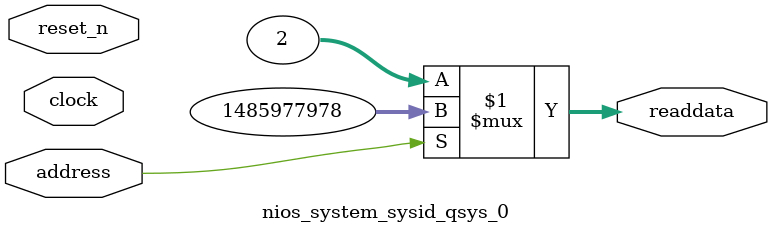
<source format=v>



// synthesis translate_off
`timescale 1ns / 1ps
// synthesis translate_on

// turn off superfluous verilog processor warnings 
// altera message_level Level1 
// altera message_off 10034 10035 10036 10037 10230 10240 10030 

module nios_system_sysid_qsys_0 (
               // inputs:
                address,
                clock,
                reset_n,

               // outputs:
                readdata
             )
;

  output  [ 31: 0] readdata;
  input            address;
  input            clock;
  input            reset_n;

  wire    [ 31: 0] readdata;
  //control_slave, which is an e_avalon_slave
  assign readdata = address ? 1485977978 : 2;

endmodule




</source>
